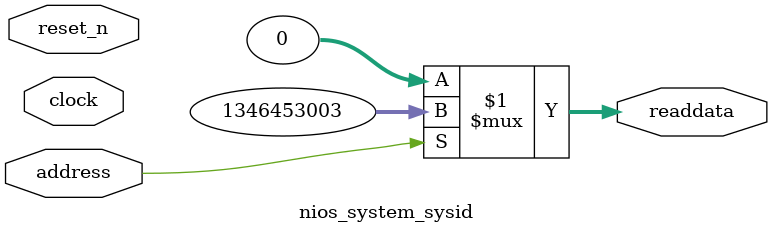
<source format=v>

`timescale 1ns / 1ps
// synthesis translate_on

// turn off superfluous verilog processor warnings 
// altera message_level Level1 
// altera message_off 10034 10035 10036 10037 10230 10240 10030 

module nios_system_sysid (
               // inputs:
                address,
                clock,
                reset_n,

               // outputs:
                readdata
             )
;

  output  [ 31: 0] readdata;
  input            address;
  input            clock;
  input            reset_n;

  wire    [ 31: 0] readdata;
  //control_slave, which is an e_avalon_slave
  assign readdata = address ? 1346453003 : 0;

endmodule




</source>
